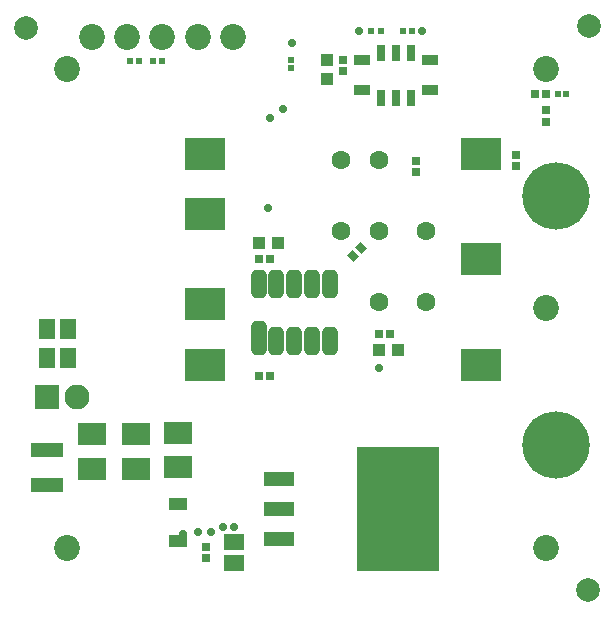
<source format=gts>
G04*
G04 #@! TF.GenerationSoftware,Altium Limited,Altium Designer,21.6.4 (81)*
G04*
G04 Layer_Color=8388736*
%FSLAX44Y44*%
%MOMM*%
G71*
G04*
G04 #@! TF.SameCoordinates,2815C35D-ED33-4C73-AB2E-66417DBC4640*
G04*
G04*
G04 #@! TF.FilePolarity,Negative*
G04*
G01*
G75*
%ADD18R,1.5000X1.0000*%
%ADD39R,7.0000X10.5500*%
%ADD40R,2.6500X1.1500*%
%ADD41R,0.5500X0.5500*%
%ADD42R,1.3500X0.9500*%
%ADD43R,0.7500X1.3500*%
G04:AMPARAMS|DCode=44|XSize=2.4mm|YSize=1.3mm|CornerRadius=0.41mm|HoleSize=0mm|Usage=FLASHONLY|Rotation=90.000|XOffset=0mm|YOffset=0mm|HoleType=Round|Shape=RoundedRectangle|*
%AMROUNDEDRECTD44*
21,1,2.4000,0.4800,0,0,90.0*
21,1,1.5800,1.3000,0,0,90.0*
1,1,0.8200,0.2400,0.7900*
1,1,0.8200,0.2400,-0.7900*
1,1,0.8200,-0.2400,-0.7900*
1,1,0.8200,-0.2400,0.7900*
%
%ADD44ROUNDEDRECTD44*%
G04:AMPARAMS|DCode=45|XSize=2.9mm|YSize=1.3mm|CornerRadius=0.41mm|HoleSize=0mm|Usage=FLASHONLY|Rotation=90.000|XOffset=0mm|YOffset=0mm|HoleType=Round|Shape=RoundedRectangle|*
%AMROUNDEDRECTD45*
21,1,2.9000,0.4800,0,0,90.0*
21,1,2.0800,1.3000,0,0,90.0*
1,1,0.8200,0.2400,1.0400*
1,1,0.8200,0.2400,-1.0400*
1,1,0.8200,-0.2400,-1.0400*
1,1,0.8200,-0.2400,1.0400*
%
%ADD45ROUNDEDRECTD45*%
%ADD46R,2.8000X1.2500*%
%ADD47R,0.7200X0.6700*%
%ADD48R,0.5400X0.5200*%
%ADD49R,3.5000X2.8000*%
%ADD50C,1.6000*%
%ADD51R,2.3300X1.9000*%
%ADD52R,1.7500X1.4000*%
%ADD53R,1.0500X1.1000*%
%ADD54R,1.1000X1.0500*%
%ADD55R,0.7200X0.7000*%
%ADD56R,1.4000X1.7500*%
%ADD57R,0.7000X0.7200*%
%ADD58R,0.6700X0.7200*%
G04:AMPARAMS|DCode=59|XSize=0.67mm|YSize=0.72mm|CornerRadius=0mm|HoleSize=0mm|Usage=FLASHONLY|Rotation=45.000|XOffset=0mm|YOffset=0mm|HoleType=Round|Shape=Rectangle|*
%AMROTATEDRECTD59*
4,1,4,0.0177,-0.4914,-0.4914,0.0177,-0.0177,0.4914,0.4914,-0.0177,0.0177,-0.4914,0.0*
%
%ADD59ROTATEDRECTD59*%

%ADD60C,2.0000*%
%ADD61R,0.5200X0.5400*%
%ADD62R,2.1200X2.1200*%
%ADD63C,2.1200*%
%ADD64C,2.1900*%
%ADD65C,5.7000*%
%ADD66C,0.1000*%
%ADD67C,0.7000*%
G54D18*
X145500Y88750D02*
D03*
Y56750D02*
D03*
G54D39*
X331693Y84089D02*
D03*
G54D40*
X230693Y58689D02*
D03*
Y84089D02*
D03*
Y109489D02*
D03*
G54D41*
X308750Y489250D02*
D03*
X316750D02*
D03*
X343250Y488750D02*
D03*
X335250D02*
D03*
X112250Y463508D02*
D03*
X104250D02*
D03*
X123750D02*
D03*
X131750D02*
D03*
G54D42*
X301250Y464000D02*
D03*
Y438600D02*
D03*
X358750Y464000D02*
D03*
Y438600D02*
D03*
G54D43*
X342700Y470050D02*
D03*
X330000D02*
D03*
X317300D02*
D03*
X342700Y432550D02*
D03*
X330000D02*
D03*
X317300D02*
D03*
G54D44*
X273500Y274811D02*
D03*
Y226811D02*
D03*
X258500Y226811D02*
D03*
X243500Y226811D02*
D03*
X228500D02*
D03*
X258500Y274811D02*
D03*
X243500Y274811D02*
D03*
X213500D02*
D03*
X228500Y274811D02*
D03*
G54D45*
X213500Y229311D02*
D03*
G54D46*
X34250Y104750D02*
D03*
Y133750D02*
D03*
G54D47*
X457000Y412076D02*
D03*
Y421676D02*
D03*
G54D48*
X466849Y435727D02*
D03*
X473649D02*
D03*
G54D49*
X167947Y257371D02*
D03*
Y333571D02*
D03*
X167947Y384471D02*
D03*
X401947D02*
D03*
Y206471D02*
D03*
X401947Y295471D02*
D03*
X167947Y206471D02*
D03*
G54D50*
X315250Y259250D02*
D03*
X315250Y319250D02*
D03*
X355250D02*
D03*
X355250Y259250D02*
D03*
X282750Y379249D02*
D03*
X282750Y319250D02*
D03*
X315250Y319250D02*
D03*
X315250Y379249D02*
D03*
G54D51*
X72000Y147450D02*
D03*
Y118250D02*
D03*
X109500Y147450D02*
D03*
Y118250D02*
D03*
X144750Y119650D02*
D03*
X144750Y148850D02*
D03*
G54D52*
X192250Y38250D02*
D03*
Y56250D02*
D03*
G54D53*
X315000Y218811D02*
D03*
X331000Y218811D02*
D03*
X213500Y309061D02*
D03*
X229500D02*
D03*
G54D54*
X271250Y448300D02*
D03*
Y464300D02*
D03*
G54D55*
X285250Y464250D02*
D03*
Y455050D02*
D03*
X168750Y42690D02*
D03*
Y51890D02*
D03*
X431167Y384149D02*
D03*
X431167Y374949D02*
D03*
X346750Y379100D02*
D03*
Y369900D02*
D03*
G54D56*
X34250Y237000D02*
D03*
X52250D02*
D03*
X34250Y211750D02*
D03*
X52250D02*
D03*
G54D57*
X213500Y295561D02*
D03*
X222700D02*
D03*
X315226Y232063D02*
D03*
X324426Y232063D02*
D03*
G54D58*
X213500Y196772D02*
D03*
X223100D02*
D03*
X447400Y435726D02*
D03*
X457000Y435727D02*
D03*
G54D59*
X293462Y298212D02*
D03*
X300250Y305000D02*
D03*
G54D60*
X16836Y491645D02*
D03*
X492909Y492701D02*
D03*
X492478Y15188D02*
D03*
G54D61*
X240792Y457200D02*
D03*
Y464000D02*
D03*
G54D62*
X34250Y179000D02*
D03*
G54D63*
X59650D02*
D03*
G54D64*
X192000Y484000D02*
D03*
X51000Y457000D02*
D03*
X457000Y51000D02*
D03*
Y457000D02*
D03*
X132000Y484000D02*
D03*
X102000D02*
D03*
X72000D02*
D03*
X457000Y254000D02*
D03*
X51000Y51000D02*
D03*
X162000Y484000D02*
D03*
G54D65*
X465000Y138000D02*
D03*
Y349000D02*
D03*
G54D66*
X95000Y71000D02*
D03*
X406000Y41000D02*
D03*
X413000Y452000D02*
D03*
X95000Y437000D02*
D03*
G54D67*
X315000Y203311D02*
D03*
X241500Y478750D02*
D03*
X220968Y339000D02*
D03*
X349911Y39320D02*
D03*
X350161Y52070D02*
D03*
X350607Y63513D02*
D03*
X350161Y75070D02*
D03*
X360411Y74570D02*
D03*
X360857Y63014D02*
D03*
X360411Y51570D02*
D03*
X360161Y38820D02*
D03*
X350911Y90320D02*
D03*
X351161Y103070D02*
D03*
X351607Y114514D02*
D03*
X351161Y126070D02*
D03*
X361411Y125570D02*
D03*
X361857Y114014D02*
D03*
X361411Y102570D02*
D03*
X361161Y89820D02*
D03*
X308000Y46100D02*
D03*
X320750Y45850D02*
D03*
X332193Y45405D02*
D03*
X343750Y45850D02*
D03*
X343250Y35600D02*
D03*
X331693Y35155D02*
D03*
X320250Y35600D02*
D03*
X307500Y35850D02*
D03*
Y84500D02*
D03*
X320250Y84250D02*
D03*
X331693Y83804D02*
D03*
X343250Y84250D02*
D03*
X342750Y74000D02*
D03*
X331194Y73554D02*
D03*
X319750Y74000D02*
D03*
X307000Y74250D02*
D03*
X306320Y53339D02*
D03*
X319070Y53089D02*
D03*
X330513Y52643D02*
D03*
X342070Y53089D02*
D03*
X342570Y63339D02*
D03*
X331013Y62893D02*
D03*
X319570Y63339D02*
D03*
X306820Y63589D02*
D03*
Y105339D02*
D03*
X319570Y105089D02*
D03*
X331013Y104643D02*
D03*
X342570Y105089D02*
D03*
X342070Y94839D02*
D03*
X330513Y94393D02*
D03*
X319070Y94839D02*
D03*
X306320Y95089D02*
D03*
X307000Y116000D02*
D03*
X319750Y115750D02*
D03*
X331194Y115304D02*
D03*
X342750Y115750D02*
D03*
X343250Y126000D02*
D03*
X331693Y125554D02*
D03*
X320250Y126000D02*
D03*
X307500Y126250D02*
D03*
X192905Y69250D02*
D03*
X183138Y69052D02*
D03*
X173250Y65020D02*
D03*
X161750Y64750D02*
D03*
X149500Y63250D02*
D03*
X234398Y422690D02*
D03*
X223373Y415288D02*
D03*
X298715Y489190D02*
D03*
X351500Y488750D02*
D03*
M02*

</source>
